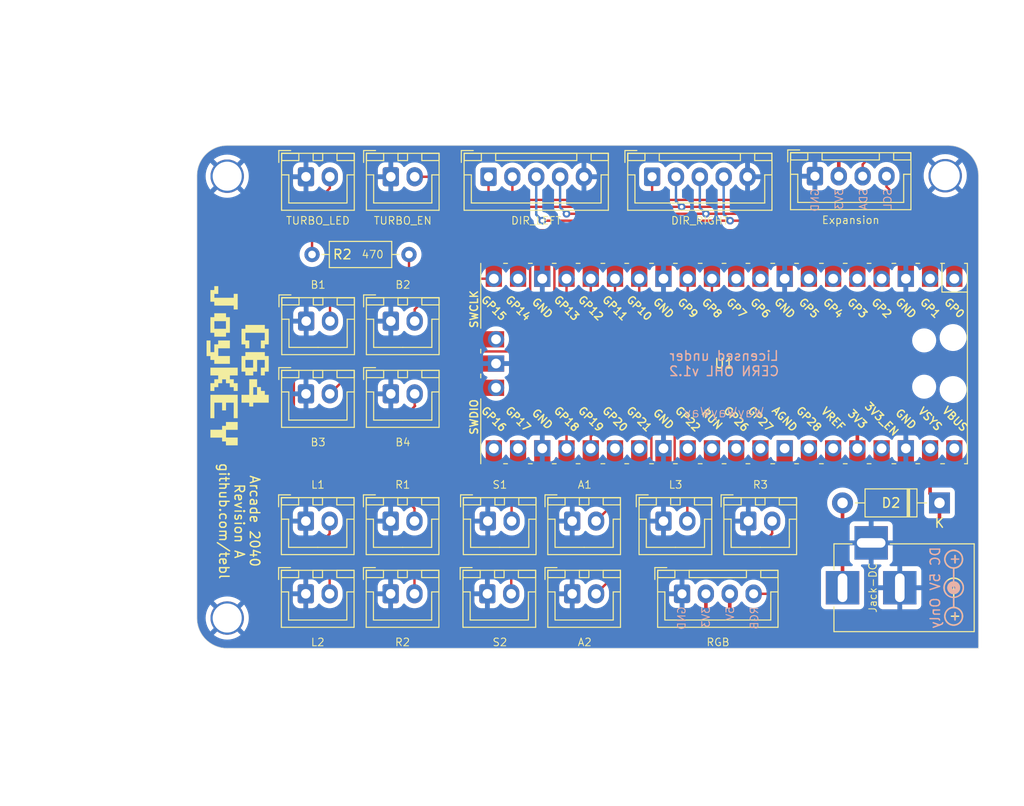
<source format=kicad_pcb>
(kicad_pcb (version 20240108) (generator "pcbnew") (generator_version "8.0")
  (layers (0 "F.Cu" signal) (31 "B.Cu" signal) (34 "B.Paste" user) (35 "F.Paste" user) (36 "B.SilkS" user "B.Silkscreen") (37 "F.SilkS" user "F.Silkscreen") (38 "B.Mask" user) (39 "F.Mask" user) (44 "Edge.Cuts" user))
  (net 0 "")
  (net 1 "VIN")
  (net 2 "GND")
  (net 3 "B1")
  (net 4 "VCC")
  (net 5 "TURBO_LED")
  (net 6 "+3V3")
  (net 7 "SDA")
  (net 8 "SCL")
  (net 9 "RGB")
  (net 10 "TURBO")
  (net 11 "DOWN")
  (net 12 "RIGHT")
  (net 13 "UP")
  (net 14 "LEFT")
  (net 15 "B2")
  (net 16 "B3")
  (net 17 "B4")
  (net 18 "L1")
  (net 19 "L2")
  (net 20 "L3")
  (net 21 "R1")
  (net 22 "R2")
  (net 23 "R3")
  (net 24 "A1")
  (net 25 "A2")
  (net 26 "S1")
  (net 27 "S2")
  (net 31 "Net-(D3-A)")
  (footprint "mounting:M3_pin" (layer "F.Cu") (at 132.07875 122.555)
    (property "Reference" "M1" (hide yes))
    (property "Value" "Mounting" (hide yes))
    (pad "1" thru_hole circle (at 0 0) (size 3.5 3.5) (drill 3.048) (layers "*.Cu" "*.Mask") (net 2 "GND"))
  )
  (footprint "mounting:M3_pin" (layer "F.Cu") (at 207.325 76.2)
    (property "Reference" "M3" (hide yes))
    (property "Value" "Mounting" (hide yes))
    (pad "1" thru_hole circle (at 0 0) (size 3.5 3.5) (drill 3.048) (layers "*.Cu" "*.Mask") (net 2 "GND"))
  )
  (footprint "mounting:M3_pin" (layer "F.Cu") (at 132.07875 76.25)
    (property "Reference" "M4" (hide yes))
    (property "Value" "Mounting" (hide yes))
    (pad "1" thru_hole circle (at 0 0) (size 3.5 3.5) (drill 3.048) (layers "*.Cu" "*.Mask") (net 2 "GND"))
  )
  (footprint "logo:c64_joykey" (layer "F.Cu") (at 133.35 95.885 -90)
    (property "Reference" "G***" (hide yes))
    (property "Value" "LOGO" (hide yes))
  )
  (footprint "power:BARREL_JACK" (layer "F.Cu") (at 196.565 119.38 180)
    (property "Reference" "J1")
    (property "Value" "Jack-DC" (at -3.175 0 90) (layer "F.SilkS") (effects (font (size 0.8 0.8) (thickness 0.1))))
    (pad "1" thru_hole rect (at 0 0 180) (size 3.5 3.5) (drill oval 1 3) (layers "*.Cu" "*.Mask") (net 1 "VIN"))
    (pad "2" thru_hole rect (at -6 0 180) (size 3.5 3.5) (drill oval 1 3) (layers "*.Cu" "*.Mask") (net 2 "GND"))
    (pad "3" thru_hole rect (at -3 4.7 180) (size 3.5 3.5) (drill oval 3 1) (layers "*.Cu" "*.Mask") (net 2 "GND"))
  )
  (footprint "Diode_THT:D_DO-41_SOD81_P10.16mm_Horizontal" (layer "F.Cu") (at 206.725 110.49 180)
    (property "Reference" "D2" (at 5.08 0 0) (layer "F.SilkS"))
    (property "Value" "1N5819")
    (fp_text user "K" (at 0 -2.1 0) (layer "F.SilkS"))
    (pad "1" thru_hole rect (at 0 0 180) (size 2.2 2.2) (drill 1.1) (layers "*.Cu" "*.Mask") (net 4 "VCC"))
    (pad "2" thru_hole oval (at 10.16 0 180) (size 2.2 2.2) (drill 1.1) (layers "*.Cu" "*.Mask") (net 1 "VIN"))
  )
  (footprint "Resistor_THT:R_Axial_DIN0207_L6.3mm_D2.5mm_P10.16mm_Horizontal" (layer "F.Cu") (at 140.97 84.455)
    (property "Reference" "R2" (at 3.175 0 0) (layer "F.SilkS"))
    (property "Value" "470" (at 6.35 0 0) (layer "F.SilkS") (effects (font (size 0.8 0.8) (thickness 0.1))))
    (pad "1" thru_hole circle (at 0 0) (size 1.6 1.6) (drill 0.8) (layers "*.Cu" "*.Mask") (net 31 "Net-(D3-A)"))
    (pad "2" thru_hole oval (at 10.16 0) (size 1.6 1.6) (drill 0.8) (layers "*.Cu" "*.Mask") (net 5 "TURBO_LED"))
  )
  (footprint "Connector_JST:JST_XH_B4B-XH-A_1x04_P2.50mm_Vertical" (layer "F.Cu") (at 193.6725 76.25)
    (property "Reference" "J2")
    (property "Value" "Expansion" (at 3.75 4.6 0) (layer "F.SilkS") (effects (font (size 0.8 0.8) (thickness 0.1))))
    (pad "1" thru_hole roundrect (at 0 0) (size 1.7 1.95) (drill 0.95) (layers "*.Cu" "*.Mask") (roundrect_rratio 0.147059) (net 2 "GND"))
    (pad "2" thru_hole oval (at 2.5 0) (size 1.7 1.95) (drill 0.95) (layers "*.Cu" "*.Mask") (net 6 "+3V3"))
    (pad "3" thru_hole oval (at 5 0) (size 1.7 1.95) (drill 0.95) (layers "*.Cu" "*.Mask") (net 7 "SDA"))
    (pad "4" thru_hole oval (at 7.5 0) (size 1.7 1.95) (drill 0.95) (layers "*.Cu" "*.Mask") (net 8 "SCL"))
  )
  (footprint "Connector_JST:JST_XH_B2B-XH-A_1x02_P2.50mm_Vertical" (layer "F.Cu") (at 140.335 76.31)
    (property "Reference" "D3")
    (property "Value" "TURBO_LED" (at 1.25 4.6 0) (layer "F.SilkS") (effects (font (size 0.8 0.8) (thickness 0.1))))
    (pad "1" thru_hole roundrect (at 0 0) (size 1.7 2) (drill 1) (layers "*.Cu" "*.Mask") (roundrect_rratio 0.147059) (net 2 "GND"))
    (pad "2" thru_hole oval (at 2.5 0) (size 1.7 2) (drill 1) (layers "*.Cu" "*.Mask") (net 31 "Net-(D3-A)"))
  )
  (footprint "Connector_JST:JST_XH_B2B-XH-A_1x02_P2.50mm_Vertical" (layer "F.Cu") (at 177.8 112.395)
    (property "Reference" "J13")
    (property "Value" "L3" (at 1.27 -3.81 0) (layer "F.SilkS") (effects (font (size 0.8 0.8) (thickness 0.1))))
    (pad "1" thru_hole roundrect (at 0 0) (size 1.7 2) (drill 1) (layers "*.Cu" "*.Mask") (roundrect_rratio 0.147059) (net 2 "GND"))
    (pad "2" thru_hole oval (at 2.5 0) (size 1.7 2) (drill 1) (layers "*.Cu" "*.Mask") (net 20 "L3"))
  )
  (footprint "Connector_JST:JST_XH_B4B-XH-A_1x04_P2.50mm_Vertical" (layer "F.Cu") (at 179.745 120.015)
    (property "Reference" "J3")
    (property "Value" "RGB" (at 3.77 5.08 0) (layer "F.SilkS") (effects (font (size 0.8 0.8) (thickness 0.1))))
    (pad "1" thru_hole roundrect (at 0 0) (size 1.7 1.95) (drill 0.95) (layers "*.Cu" "*.Mask") (roundrect_rratio 0.147059) (net 2 "GND"))
    (pad "2" thru_hole oval (at 2.5 0) (size 1.7 1.95) (drill 0.95) (layers "*.Cu" "*.Mask") (net 6 "+3V3"))
    (pad "3" thru_hole oval (at 5 0) (size 1.7 1.95) (drill 0.95) (layers "*.Cu" "*.Mask") (net 4 "VCC"))
    (pad "4" thru_hole oval (at 7.5 0) (size 1.7 1.95) (drill 0.95) (layers "*.Cu" "*.Mask") (net 9 "RGB"))
  )
  (footprint "Connector_JST:JST_XH_B5B-XH-A_1x05_P2.50mm_Vertical" (layer "F.Cu") (at 159.465 76.31)
    (property "Reference" "J6")
    (property "Value" "DIR_LEFT" (at 5 4.6 0) (layer "F.SilkS") (effects (font (size 0.8 0.8) (thickness 0.1))))
    (pad "1" thru_hole roundrect (at 0 0) (size 1.7 1.95) (drill 0.95) (layers "*.Cu" "*.Mask") (roundrect_rratio 0.147059) (net 11 "DOWN"))
    (pad "2" thru_hole oval (at 2.5 0) (size 1.7 1.95) (drill 0.95) (layers "*.Cu" "*.Mask") (net 13 "UP"))
    (pad "3" thru_hole oval (at 5 0) (size 1.7 1.95) (drill 0.95) (layers "*.Cu" "*.Mask") (net 14 "LEFT"))
    (pad "4" thru_hole oval (at 7.5 0) (size 1.7 1.95) (drill 0.95) (layers "*.Cu" "*.Mask") (net 12 "RIGHT"))
    (pad "5" thru_hole oval (at 10 0) (size 1.7 1.95) (drill 0.95) (layers "*.Cu" "*.Mask") (net 2 "GND"))
  )
  (footprint "Connector_JST:JST_XH_B2B-XH-A_1x02_P2.50mm_Vertical" (layer "F.Cu") (at 159.345 120.015)
    (property "Reference" "J20")
    (property "Value" "S2" (at 1.31 5.08 0) (layer "F.SilkS") (effects (font (size 0.8 0.8) (thickness 0.1))))
    (pad "1" thru_hole roundrect (at 0 0) (size 1.7 2) (drill 1) (layers "*.Cu" "*.Mask") (roundrect_rratio 0.147059) (net 2 "GND"))
    (pad "2" thru_hole oval (at 2.5 0) (size 1.7 2) (drill 1) (layers "*.Cu" "*.Mask") (net 27 "S2"))
  )
  (footprint "Connector_JST:JST_XH_B2B-XH-A_1x02_P2.50mm_Vertical" (layer "F.Cu") (at 149.225 76.31)
    (property "Reference" "J4")
    (property "Value" "TURBO_EN" (at 1.25 4.6 0) (layer "F.SilkS") (effects (font (size 0.8 0.8) (thickness 0.1))))
    (pad "1" thru_hole roundrect (at 0 0) (size 1.7 2) (drill 1) (layers "*.Cu" "*.Mask") (roundrect_rratio 0.147059) (net 2 "GND"))
    (pad "2" thru_hole oval (at 2.5 0) (size 1.7 2) (drill 1) (layers "*.Cu" "*.Mask") (net 10 "TURBO"))
  )
  (footprint "Connector_JST:JST_XH_B2B-XH-A_1x02_P2.50mm_Vertical" (layer "F.Cu") (at 140.355 91.44)
    (property "Reference" "J7")
    (property "Value" "B1" (at 1.25 -3.81 0) (layer "F.SilkS") (effects (font (size 0.8 0.8) (thickness 0.1))))
    (pad "1" thru_hole roundrect (at 0 0) (size 1.7 2) (drill 1) (layers "*.Cu" "*.Mask") (roundrect_rratio 0.147059) (net 2 "GND"))
    (pad "2" thru_hole oval (at 2.5 0) (size 1.7 2) (drill 1) (layers "*.Cu" "*.Mask") (net 3 "B1"))
  )
  (footprint "Connector_JST:JST_XH_B2B-XH-A_1x02_P2.50mm_Vertical" (layer "F.Cu") (at 149.225 91.44)
    (property "Reference" "J8")
    (property "Value" "B2" (at 1.27 -3.81 0) (layer "F.SilkS") (effects (font (size 0.8 0.8) (thickness 0.1))))
    (pad "1" thru_hole roundrect (at 0 0) (size 1.7 2) (drill 1) (layers "*.Cu" "*.Mask") (roundrect_rratio 0.147059) (net 2 "GND"))
    (pad "2" thru_hole oval (at 2.5 0) (size 1.7 2) (drill 1) (layers "*.Cu" "*.Mask") (net 15 "B2"))
  )
  (footprint "Connector_JST:JST_XH_B2B-XH-A_1x02_P2.50mm_Vertical" (layer "F.Cu") (at 149.205 112.395)
    (property "Reference" "J14")
    (property "Value" "R1" (at 1.27 -3.81 0) (layer "F.SilkS") (effects (font (size 0.8 0.8) (thickness 0.1))))
    (pad "1" thru_hole roundrect (at 0 0) (size 1.7 2) (drill 1) (layers "*.Cu" "*.Mask") (roundrect_rratio 0.147059) (net 2 "GND"))
    (pad "2" thru_hole oval (at 2.5 0) (size 1.7 2) (drill 1) (layers "*.Cu" "*.Mask") (net 21 "R1"))
  )
  (footprint "Connector_JST:JST_XH_B2B-XH-A_1x02_P2.50mm_Vertical" (layer "F.Cu") (at 149.225 99.06)
    (property "Reference" "J10")
    (property "Value" "B4" (at 1.27 5.08 0) (layer "F.SilkS") (effects (font (size 0.8 0.8) (thickness 0.1))))
    (pad "1" thru_hole roundrect (at 0 0) (size 1.7 2) (drill 1) (layers "*.Cu" "*.Mask") (roundrect_rratio 0.147059) (net 2 "GND"))
    (pad "2" thru_hole oval (at 2.5 0) (size 1.7 2) (drill 1) (layers "*.Cu" "*.Mask") (net 17 "B4"))
  )
  (footprint "Connector_JST:JST_XH_B2B-XH-A_1x02_P2.50mm_Vertical" (layer "F.Cu") (at 168.235 112.395)
    (property "Reference" "J17")
    (property "Value" "A1" (at 1.31 -3.81 0) (layer "F.SilkS") (effects (font (size 0.8 0.8) (thickness 0.1))))
    (pad "1" thru_hole roundrect (at 0 0) (size 1.7 2) (drill 1) (layers "*.Cu" "*.Mask") (roundrect_rratio 0.147059) (net 2 "GND"))
    (pad "2" thru_hole oval (at 2.5 0) (size 1.7 2) (drill 1) (layers "*.Cu" "*.Mask") (net 24 "A1"))
  )
  (footprint "pi_pico:RPi_Pico_SMD_TH_Clean" (layer "F.Cu") (at 184.15 95.885 -90)
    (property "Reference" "U1" (at 0 0 0) (layer "F.SilkS"))
    (property "Value" "Pico")
    (fp_text user "GP26" (at 5.815 -1.27 -45) (layer "F.SilkS") (effects (font (size 0.8 0.8))))
    (fp_text user "GP21" (at 5.815 8.9 -45) (layer "F.SilkS") (effects (font (size 0.8 0.8))))
    (fp_text user "GP3" (at -5.815 -13.97 -45) (layer "F.SilkS") (effects (font (size 0.8 0.8))))
    (fp_text user "GP6" (at -5.815 -3.81 -45) (layer "F.SilkS") (effects (font (size 0.8 0.8))))
    (fp_text user "3V3_EN" (at 5.815 -16.51 -45) (layer "F.SilkS") (effects (font (size 0.8 0.8))))
    (fp_text user "SWDIO" (at 5.6 26.2 -90) (layer "F.SilkS") (effects (font (size 0.8 0.8))))
    (fp_text user "GP8" (at -5.815 1.27 -45) (layer "F.SilkS") (effects (font (size 0.8 0.8))))
    (fp_text user "GND" (at -5.815 -6.35 -45) (layer "F.SilkS") (effects (font (size 0.8 0.8))))
    (fp_text user "GND" (at -5.815 19.05 -45) (layer "F.SilkS") (effects (font (size 0.8 0.8))))
    (fp_text user "GND" (at 5.815 6.35 -45) (layer "F.SilkS") (effects (font (size 0.8 0.8))))
    (fp_text user "GP13" (at -5.815 16.51 -45) (layer "F.SilkS") (effects (font (size 0.8 0.8))))
    (fp_text user "AGND" (at 5.815 -6.35 -45) (layer "F.SilkS") (effects (font (size 0.8 0.8))))
    (fp_text user "VSYS" (at 5.815 -21.59 -45) (layer "F.SilkS") (effects (font (size 0.8 0.8))))
    (fp_text user "GP15" (at -5.815 24.13 -45) (layer "F.SilkS") (effects (font (size 0.8 0.8))))
    (fp_text user "GP7" (at -5.815 -1.3 -45) (layer "F.SilkS") (effects (font (size 0.8 0.8))))
    (fp_text user "GND" (at 5.815 -19.05 -45) (layer "F.SilkS") (effects (font (size 0.8 0.8))))
    (fp_text user "3V3" (at 5.815 -13.97 -45) (layer "F.SilkS") (effects (font (size 0.8 0.8))))
    (fp_text user "GP9" (at -5.815 3.81 -45) (layer "F.SilkS") (effects (font (size 0.8 0.8))))
    (fp_text user "GP14" (at -5.815 21.59 -45) (layer "F.SilkS") (effects (font (size 0.8 0.8))))
    (fp_text user "GP5" (at -5.815 -8.89 -45) (layer "F.SilkS") (effects (font (size 0.8 0.8))))
    (fp_text user "GP28" (at 5.815 -8.89 -45) (layer "F.SilkS") (effects (font (size 0.8 0.8))))
    (fp_text user "VBUS" (at 5.815 -24.2 -45) (layer "F.SilkS") (effects (font (size 0.8 0.8))))
    (fp_text user "GP22" (at 5.815 3.81 -45) (layer "F.SilkS") (effects (font (size 0.8 0.8))))
    (fp_text user "GP4" (at -5.815 -11.43 -45) (layer "F.SilkS") (effects (font (size 0.8 0.8))))
    (fp_text user "RUN" (at 5.815 1.27 -45) (layer "F.SilkS") (effects (font (size 0.8 0.8))))
    (fp_text user "GND" (at -5.815 6.35 -45) (layer "F.SilkS") (effects (font (size 0.8 0.8))))
    (fp_text user "VREF" (at 5.815 -11.43 -45) (layer "F.SilkS") (effects (font (size 0.8 0.8))))
    (fp_text user "GP18" (at 5.815 16.51 -45) (layer "F.SilkS") (effects (font (size 0.8 0.8))))
    (fp_text user "GP1" (at -5.815 -21.6 -45) (layer "F.SilkS") (effects (font (size 0.8 0.8))))
    (fp_text user "GP19" (at 5.815 13.97 -45) (layer "F.SilkS") (effects (font (size 0.8 0.8))))
    (fp_text user "GP27" (at 5.815 -3.81 -45) (layer "F.SilkS") (effects (font (size 0.8 0.8))))
    (fp_text user "GP0" (at -5.815 -24.13 -45) (layer "F.SilkS") (effects (font (size 0.8 0.8))))
    (fp_text user "GP10" (at -5.815 8.89 -45) (layer "F.SilkS") (effects (font (size 0.8 0.8))))
    (fp_text user "GP17" (at 5.815 21.59 -45) (layer "F.SilkS") (effects (font (size 0.8 0.8))))
    (fp_text user "GND" (at 5.815 19.05 -45) (layer "F.SilkS") (effects (font (size 0.8 0.8))))
    (fp_text user "GP2" (at -5.815 -16.51 -45) (layer "F.SilkS") (effects (font (size 0.8 0.8))))
    (fp_text user "GP20" (at 5.815 11.43 -45) (layer "F.SilkS") (effects (font (size 0.8 0.8))))
    (fp_text user "GND" (at -5.815 -19.05 -45) (layer "F.SilkS") (effects (font (size 0.8 0.8))))
    (fp_text user "GP16" (at 5.815 24.13 -45) (layer "F.SilkS") (effects (font (size 0.8 0.8))))
    (fp_text user "GP12" (at -5.815 13.97 -45) (layer "F.SilkS") (effects (font (size 0.8 0.8))))
    (fp_text user "SWCLK" (at -5.7 26.2 -90) (layer "F.SilkS") (effects (font (size 0.8 0.8))))
    (fp_text user "GP11" (at -5.815 11.43 -45) (layer "F.SilkS") (effects (font (size 0.8 0.8))))
    (pad "" np_thru_hole oval (at -2.725 -24 270) (size 1.8 1.8) (drill 1.8) (layers "*.Cu" "*.Mask"))
    (pad "" np_thru_hole oval (at -2.425 -20.97 270) (size 1.5 1.5) (drill 1.5) (layers "*.Cu" "*.Mask"))
    (pad "" np_thru_hole oval (at 2.425 -20.97 270) (size 1.5 1.5) (drill 1.5) (layers "*.Cu" "*.Mask"))
    (pad "" np_thru_hole oval (at 2.725 -24 270) (size 1.8 1.8) (drill 1.8) (layers "*.Cu" "*.Mask"))
    (pad "1" thru_hole oval (at -8.89 -24.13 270) (size 1.7 1.7) (drill 1.02) (layers "*.Cu" "*.Mask") (net 7 "SDA"))
    (pad "1" smd rect (at -8.89 -24.13 270) (size 3.5 1.7) (drill (offset -0.9 0)) (layers "F.Cu" "F.Mask") (net 7 "SDA"))
    (pad "2" thru_hole oval (at -8.89 -21.59 270) (size 1.7 1.7) (drill 1.02) (layers "*.Cu" "*.Mask") (net 8 "SCL"))
    (pad "2" smd rect (at -8.89 -21.59 270) (size 3.5 1.7) (drill (offset -0.9 0)) (layers "F.Cu" "F.Mask") (net 8 "SCL"))
    (pad "3" thru_hole rect (at -8.89 -19.05 270) (size 1.7 1.7) (drill 1.02) (layers "*.Cu" "*.Mask") (net 2 "GND"))
    (pad "3" smd rect (at -8.89 -19.05 270) (size 3.5 1.7) (drill (offset -0.9 0)) (layers "F.Cu" "F.Mask") (net 2 "GND"))
    (pad "4" thru_hole oval (at -8.89 -16.51 270) (size 1.7 1.7) (drill 1.02) (layers "*.Cu" "*.Mask") (net 13 "UP"))
    (pad "4" smd rect (at -8.89 -16.51 270) (size 3.5 1.7) (drill (offset -0.9 0)) (layers "F.Cu" "F.Mask") (net 13 "UP"))
    (pad "5" thru_hole oval (at -8.89 -13.97 270) (size 1.7 1.7) (drill 1.02) (layers "*.Cu" "*.Mask") (net 11 "DOWN"))
    (pad "5" smd rect (at -8.89 -13.97 270) (size 3.5 1.7) (drill (offset -0.9 0)) (layers "F.Cu" "F.Mask") (net 11 "DOWN"))
    (pad "6" thru_hole oval (at -8.89 -11.43 270) (size 1.7 1.7) (drill 1.02) (layers "*.Cu" "*.Mask") (net 12 "RIGHT"))
    (pad "6" smd rect (at -8.89 -11.43 270) (size 3.5 1.7) (drill (offset -0.9 0)) (layers "F.Cu" "F.Mask") (net 12 "RIGHT"))
    (pad "7" thru_hole oval (at -8.89 -8.89 270) (size 1.7 1.7) (drill 1.02) (layers "*.Cu" "*.Mask") (net 14 "LEFT"))
    (pad "7" smd rect (at -8.89 -8.89 270) (size 3.5 1.7) (drill (offset -0.9 0)) (layers "F.Cu" "F.Mask") (net 14 "LEFT"))
    (pad "8" thru_hole rect (at -8.89 -6.35 270) (size 1.7 1.7) (drill 1.02) (layers "*.Cu" "*.Mask") (net 2 "GND"))
    (pad "8" smd rect (at -8.89 -6.35 270) (size 3.5 1.7) (drill (offset -0.9 0)) (layers "F.Cu" "F.Mask") (net 2 "GND"))
    (pad "9" thru_hole oval (at -8.89 -3.81 270) (size 1.7 1.7) (drill 1.02) (layers "*.Cu" "*.Mask") (net 3 "B1"))
    (pad "9" smd rect (at -8.89 -3.81 270) (size 3.5 1.7) (drill (offset -0.9 0)) (layers "F.Cu" "F.Mask") (net 3 "B1"))
    (pad "10" thru_hole oval (at -8.89 -1.27 270) (size 1.7 1.7) (drill 1.02) (layers "*.Cu" "*.Mask") (net 15 "B2"))
    (pad "10" smd rect (at -8.89 -1.27 270) (size 3.5 1.7) (drill (offset -0.9 0)) (layers "F.Cu" "F.Mask") (net 15 "B2"))
    (pad "11" thru_hole oval (at -8.89 1.27 270) (size 1.7 1.7) (drill 1.02) (layers "*.Cu" "*.Mask") (net 22 "R2"))
    (pad "11" smd rect (at -8.89 1.27 270) (size 3.5 1.7) (drill (offset -0.9 0)) (layers "F.Cu" "F.Mask") (net 22 "R2"))
    (pad "12" thru_hole oval (at -8.89 3.81 270) (size 1.7 1.7) (drill 1.02) (layers "*.Cu" "*.Mask") (net 19 "L2"))
    (pad "12" smd rect (at -8.89 3.81 270) (size 3.5 1.7) (drill (offset -0.9 0)) (layers "F.Cu" "F.Mask") (net 19 "L2"))
    (pad "13" thru_hole rect (at -8.89 6.35 270) (size 1.7 1.7) (drill 1.02) (layers "*.Cu" "*.Mask") (net 2 "GND"))
    (pad "13" smd rect (at -8.89 6.35 270) (size 3.5 1.7) (drill (offset -0.9 0)) (layers "F.Cu" "F.Mask") (net 2 "GND"))
    (pad "14" thru_hole oval (at -8.89 8.89 270) (size 1.7 1.7) (drill 1.02) (layers "*.Cu" "*.Mask") (net 16 "B3"))
    (pad "14" smd rect (at -8.89 8.89 270) (size 3.5 1.7) (drill (offset -0.9 0)) (layers "F.Cu" "F.Mask") (net 16 "B3"))
    (pad "15" thru_hole oval (at -8.89 11.43 270) (size 1.7 1.7) (drill 1.02) (layers "*.Cu" "*.Mask") (net 17 "B4"))
    (pad "15" smd rect (at -8.89 11.43 270) (size 3.5 1.7) (drill (offset -0.9 0)) (layers "F.Cu" "F.Mask") (net 17 "B4"))
    (pad "16" thru_hole oval (at -8.89 13.97 270) (size 1.7 1.7) (drill 1.02) (layers "*.Cu" "*.Mask") (net 21 "R1"))
    (pad "16" smd rect (at -8.89 13.97 270) (size 3.5 1.7) (drill (offset -0.9 0)) (layers "F.Cu" "F.Mask") (net 21 "R1"))
    (pad "17" thru_hole oval (at -8.89 16.51 270) (size 1.7 1.7) (drill 1.02) (layers "*.Cu" "*.Mask") (net 18 "L1"))
    (pad "17" smd rect (at -8.89 16.51 270) (size 3.5 1.7) (drill (offset -0.9 0)) (layers "F.Cu" "F.Mask") (net 18 "L1"))
    (pad "18" thru_hole rect (at -8.89 19.05 270) (size 1.7 1.7) (drill 1.02) (layers "*.Cu" "*.Mask") (net 2 "GND"))
    (pad "18" smd rect (at -8.89 19.05 270) (size 3.5 1.7) (drill (offset -0.9 0)) (layers "F.Cu" "F.Mask") (net 2 "GND"))
    (pad "19" thru_hole oval (at -8.89 21.59 270) (size 1.7 1.7) (drill 1.02) (layers "*.Cu" "*.Mask") (net 10 "TURBO"))
    (pad "19" smd rect (at -8.89 21.59 270) (size 3.5 1.7) (drill (offset -0.9 0)) (layers "F.Cu" "F.Mask") (net 10 "TURBO"))
    (pad "20" thru_hole oval (at -8.89 24.13 270) (size 1.7 1.7) (drill 1.02) (layers "*.Cu" "*.Mask") (net 5 "TURBO_LED"))
    (pad "20" smd rect (at -8.89 24.13 270) (size 3.5 1.7) (drill (offset -0.9 0)) (layers "F.Cu" "F.Mask") (net 5 "TURBO_LED"))
    (pad "21" thru_hole oval (at 8.89 24.13 270) (size 1.7 1.7) (drill 1.02) (layers "*.Cu" "*.Mask") (net 26 "S1"))
    (pad "21" smd rect (at 8.89 24.13 270) (size 3.5 1.7) (drill (offset 0.9 0)) (layers "F.Cu" "F.Mask") (net 26 "S1"))
    (pad "22" thru_hole oval (at 8.89 21.59 270) (size 1.7 1.7) (drill 1.02) (layers "*.Cu" "*.Mask") (net 27 "S2"))
    (pad "22" smd rect (at 8.89 21.59 270) (size 3.5 1.7) (drill (offset 0.9 0)) (layers "F.Cu" "F.Mask") (net 27 "S2"))
    (pad "23" thru_hole rect (at 8.89 19.05 270) (size 1.7 1.7) (drill 1.02) (layers "*.Cu" "*.Mask") (net 2 "GND"))
    (pad "23" smd rect (at 8.89 19.05 270) (size 3.5 1.7) (drill (offset 0.9 0)) (layers "F.Cu" "F.Mask") (net 2 "GND"))
    (pad "24" thru_hole oval (at 8.89 16.51 270) (size 1.7 1.7) (drill 1.02) (layers "*.Cu" "*.Mask") (net 20 "L3"))
    (pad "24" smd rect (at 8.89 16.51 270) (size 3.5 1.7) (drill (offset 0.9 0)) (layers "F.Cu" "F.Mask") (net 20 "L3"))
    (pad "25" thru_hole oval (at 8.89 13.97 270) (size 1.7 1.7) (drill 1.02) (layers "*.Cu" "*.Mask") (net 23 "R3"))
    (pad "25" smd rect (at 8.89 13.97 270) (size 3.5 1.7) (drill (offset 0.9 0)) (layers "F.Cu" "F.Mask") (net 23 "R3"))
    (pad "26" thru_hole oval (at 8.89 11.43 270) (size 1.7 1.7) (drill 1.02) (layers "*.Cu" "*.Mask") (net 24 "A1"))
    (pad "26" smd rect (at 8.89 11.43 270) (size 3.5 1.7) (drill (offset 0.9 0)) (layers "F.Cu" "F.Mask") (net 24 "A1"))
    (pad "27" thru_hole oval (at 8.89 8.89 270) (size 1.7 1.7) (drill 1.02) (layers "*.Cu" "*.Mask") (net 25 "A2"))
    (pad "27" smd rect (at 8.89 8.89 270) (size 3.5 1.7) (drill (offset 0.9 0)) (layers "F.Cu" "F.Mask") (net 25 "A2"))
    (pad "28" thru_hole rect (at 8.89 6.35 270) (size 1.7 1.7) (drill 1.02) (layers "*.Cu" "*.Mask") (net 2 "GND"))
    (pad "28" smd rect (at 8.89 6.35 270) (size 3.5 1.7) (drill (offset 0.9 0)) (layers "F.Cu" "F.Mask") (net 2 "GND"))
    (pad "29" thru_hole oval (at 8.89 3.81 270) (size 1.7 1.7) (drill 1.02) (layers "*.Cu" "*.Mask"))
    (pad "29" smd rect (at 8.89 3.81 270) (size 3.5 1.7) (drill (offset 0.9 0)) (layers "F.Cu" "F.Mask"))
    (pad "30" thru_hole oval (at 8.89 1.27 270) (size 1.7 1.7) (drill 1.02) (layers "*.Cu" "*.Mask"))
    (pad "30" smd rect (at 8.89 1.27 270) (size 3.5 1.7) (drill (offset 0.9 0)) (layers "F.Cu" "F.Mask"))
    (pad "31" thru_hole oval (at 8.89 -1.27 270) (size 1.7 1.7) (drill 1.02) (layers "*.Cu" "*.Mask"))
    (pad "31" smd rect (at 8.89 -1.27 270) (size 3.5 1.7) (drill (offset 0.9 0)) (layers "F.Cu" "F.Mask"))
    (pad "32" thru_hole oval (at 8.89 -3.81 270) (size 1.7 1.7) (drill 1.02) (layers "*.Cu" "*.Mask"))
    (pad "32" smd rect (at 8.89 -3.81 270) (size 3.5 1.7) (drill (offset 0.9 0)) (layers "F.Cu" "F.Mask"))
    (pad "33" thru_hole rect (at 8.89 -6.35 270) (size 1.7 1.7) (drill 1.02) (layers "*.Cu" "*.Mask"))
    (pad "33" smd rect (at 8.89 -6.35 270) (size 3.5 1.7) (drill (offset 0.9 0)) (layers "F.Cu" "F.Mask"))
    (pad "34" thru_hole oval (at 8.89 -8.89 270) (size 1.7 1.7) (drill 1.02) (layers "*.Cu" "*.Mask") (net 9 "RGB"))
    (pad "34" smd rect (at 8.89 -8.89 270) (size 3.5 1.7) (drill (offset 0.9 0)) (layers "F.Cu" "F.Mask") (net 9 "RGB"))
    (pad "35" thru_hole oval (at 8.89 -11.43 270) (size 1.7 1.7) (drill 1.02) (layers "*.Cu" "*.Mask"))
    (pad "35" smd rect (at 8.89 -11.43 270) (size 3.5 1.7) (drill (offset 0.9 0)) (layers "F.Cu" "F.Mask"))
    (pad "36" thru_hole oval (at 8.89 -13.97 270) (size 1.7 1.7) (drill 1.02) (layers "*.Cu" "*.Mask") (net 6 "+3V3"))
    (pad "36" smd rect (at 8.89 -13.97 270) (size 3.5 1.7) (drill (offset 0.9 0)) (layers "F.Cu" "F.Mask") (net 6 "+3V3"))
    (pad "37" thru_hole oval (at 8.89 -16.51 270) (size 1.7 1.7) (drill 1.02) (layers "*.Cu" "*.Mask"))
    (pad "37" smd rect (at 8.89 -16.51 270) (size 3.5 1.7) (drill (offset 0.9 0)) (layers "F.Cu" "F.Mask"))
    (pad "38" thru_hole rect (at 8.89 -19.05 270) (size 1.7 1.7) (drill 1.02) (layers "*.Cu" "*.Mask") (net 2 "GND"))
    (pad "38" smd rect (at 8.89 -19.05 270) (size 3.5 1.7) (drill (offset 0.9 0)) (layers "F.Cu" "F.Mask") (net 2 "GND"))
    (pad "39" thru_hole oval (at 8.89 -21.59 270) (size 1.7 1.7) (drill 1.02) (layers "*.Cu" "*.Mask") (net 4 "VCC"))
    (pad "39" smd rect (at 8.89 -21.59 270) (size 3.5 1.7) (drill (offset 0.9 0)) (layers "F.Cu" "F.Mask") (net 4 "VCC"))
    (pad "40" thru_hole oval (at 8.89 -24.13 270) (size 1.7 1.7) (drill 1.02) (layers "*.Cu" "*.Mask"))
    (pad "40" smd rect (at 8.89 -24.13 270) (size 3.5 1.7) (drill (offset 0.9 0)) (layers "F.Cu" "F.Mask"))
    (pad "41" thru_hole oval (at -2.54 23.9 270) (size 1.7 1.7) (drill 1.02) (layers "*.Cu" "*.Mask"))
    (pad "41" smd rect (at -2.54 23.9) (size 3.5 1.7) (drill (offset -0.9 0)) (layers "F.Cu" "F.Mask"))
    (pad "42" thru_hole rect (at 0 23.9 270) (size 1.7 1.7) (drill 1.02) (layers "*.Cu" "*.Mask") (net 2 "GND"))
    (pad "42" smd rect (at 0 23.9) (size 3.5 1.7) (drill (offset -0.9 0)) (layers "F.Cu" "F.Mask") (net 2 "GND"))
    (pad "43" thru_hole oval (at 2.54 23.9 270) (size 1.7 1.7) (drill 1.02) (layers "*.Cu" "*.Mask"))
    (pad "43" smd rect (at 2.54 23.9) (size 3.5 1.7) (drill (offset -0.9 0)) (layers "F.Cu" "F.Mask"))
  )
  (footprint "Connector_JST:JST_XH_B2B-XH-A_1x02_P2.50mm_Vertical" (layer "F.Cu") (at 168.235 120.015)
    (property "Reference" "J18")
    (property "Value" "A2" (at 1.31 5.08 0) (layer "F.SilkS") (effects (font (size 0.8 0.8) (thickness 0.1))))
    (pad "1" thru_hole roundrect (at 0 0) (size 1.7 2) (drill 1) (layers "*.Cu" "*.Mask") (roundrect_rratio 0.147059) (net 2 "GND"))
    (pad "2" thru_hole oval (at 2.5 0) (size 1.7 2) (drill 1) (layers "*.Cu" "*.Mask") (net 25 "A2"))
  )
  (footprint "Connector_JST:JST_XH_B2B-XH-A_1x02_P2.50mm_Vertical" (layer "F.Cu") (at 140.335 99.06)
    (property "Reference" "J9")
    (property "Value" "B3" (at 1.27 5.08 0) (layer "F.SilkS") (effects (font (size 0.8 0.8) (thickness 0.1))))
    (pad "1" thru_hole roundrect (at 0 0) (size 1.7 2) (drill 1) (layers "*.Cu" "*.Mask") (roundrect_rratio 0.147059) (net 2 "GND"))
    (pad "2" thru_hole oval (at 2.5 0) (size 1.7 2) (drill 1) (layers "*.Cu" "*.Mask") (net 16 "B3"))
  )
  (footprint "Connector_JST:JST_XH_B5B-XH-A_1x05_P2.50mm_Vertical" (layer "F.Cu") (at 176.61 76.31)
    (property "Reference" "J5")
    (property "Value" "DIR_RIGHT" (at 5 4.6 0) (layer "F.SilkS") (effects (font (size 0.8 0.8) (thickness 0.1))))
    (pad "1" thru_hole roundrect (at 0 0) (size 1.7 1.95) (drill 0.95) (layers "*.Cu" "*.Mask") (roundrect_rratio 0.147059) (net 13 "UP"))
    (pad "2" thru_hole oval (at 2.5 0) (size 1.7 1.95) (drill 0.95) (layers "*.Cu" "*.Mask") (net 11 "DOWN"))
    (pad "3" thru_hole oval (at 5 0) (size 1.7 1.95) (drill 0.95) (layers "*.Cu" "*.Mask") (net 12 "RIGHT"))
    (pad "4" thru_hole oval (at 7.5 0) (size 1.7 1.95) (drill 0.95) (layers "*.Cu" "*.Mask") (net 14 "LEFT"))
    (pad "5" thru_hole oval (at 10 0) (size 1.7 1.95) (drill 0.95) (layers "*.Cu" "*.Mask") (net 2 "GND"))
  )
  (footprint "Connector_JST:JST_XH_B2B-XH-A_1x02_P2.50mm_Vertical" (layer "F.Cu") (at 159.385 112.395)
    (property "Reference" "J19")
    (property "Value" "S1" (at 1.27 -3.81 0) (layer "F.SilkS") (effects (font (size 0.8 0.8) (thickness 0.1))))
    (pad "1" thru_hole roundrect (at 0 0) (size 1.7 2) (drill 1) (layers "*.Cu" "*.Mask") (roundrect_rratio 0.147059) (net 2 "GND"))
    (pad "2" thru_hole oval (at 2.5 0) (size 1.7 2) (drill 1) (layers "*.Cu" "*.Mask") (net 26 "S1"))
  )
  (footprint "Connector_JST:JST_XH_B2B-XH-A_1x02_P2.50mm_Vertical" (layer "F.Cu") (at 149.205 120.015)
    (property "Reference" "J15")
    (property "Value" "R2" (at 1.25 5.08 0) (layer "F.SilkS") (effects (font (size 0.8 0.8) (thickness 0.1))))
    (pad "1" thru_hole roundrect (at 0 0) (size 1.7 2) (drill 1) (layers "*.Cu" "*.Mask") (roundrect_rratio 0.147059) (net 2 "GND"))
    (pad "2" thru_hole oval (at 2.5 0) (size 1.7 2) (drill 1) (layers "*.Cu" "*.Mask") (net 22 "R2"))
  )
  (footprint "Connector_JST:JST_XH_B2B-XH-A_1x02_P2.50mm_Vertical" (layer "F.Cu") (at 140.315 112.395)
    (property "Reference" "J11")
    (property "Value" "L1" (at 1.27 -3.81 0) (layer "F.SilkS") (effects (font (size 0.8 0.8) (thickness 0.1))))
    (pad "1" thru_hole roundrect (at 0 0) (size 1.7 2) (drill 1) (layers "*.Cu" "*.Mask") (roundrect_rratio 0.147059) (net 2 "GND"))
    (pad "2" thru_hole oval (at 2.5 0) (size 1.7 2) (drill 1) (layers "*.Cu" "*.Mask") (net 18 "L1"))
  )
  (footprint "Connector_JST:JST_XH_B2B-XH-A_1x02_P2.50mm_Vertical" (layer "F.Cu") (at 140.315 120.015)
    (property "Reference" "J12")
    (property "Value" "L2" (at 1.25 5.08 0) (layer "F.SilkS") (effects (font (size 0.8 0.8) (thickness 0.1))))
    (pad "1" thru_hole roundrect (at 0 0) (size 1.7 2) (drill 1) (layers "*.Cu" "*.Mask") (roundrect_rratio 0.147059) (net 2 "GND"))
    (pad "2" thru_hole oval (at 2.5 0) (size 1.7 2) (drill 1) (layers "*.Cu" "*.Mask") (net 19 "L2"))
  )
  (footprint "Connector_JST:JST_XH_B2B-XH-A_1x02_P2.50mm_Vertical" (layer "F.Cu") (at 186.69 112.395)
    (property "Reference" "J16")
    (property "Value" "R3" (at 1.27 -3.81 0) (layer "F.SilkS") (effects (font (size 0.8 0.8) (thickness 0.1))))
    (pad "1" thru_hole roundrect (at 0 0) (size 1.7 2) (drill 1) (layers "*.Cu" "*.Mask") (roundrect_rratio 0.147059) (net 2 "GND"))
    (pad "2" thru_hole oval (at 2.5 0) (size 1.7 2) (drill 1) (layers "*.Cu" "*.Mask") (net 23 "R3"))
  )
  (footprint "power:PWR_Specification" (layer "B.Cu") (at 208.28 119.38 90)
    (property "Reference" "REF**" (hide yes))
    (property "Value" "DC 5V Only" (at 0 -2 -90) (layer "B.SilkS") (effects (justify mirror)))
    (fp_text user "-" (at -3 0 -90) (layer "B.SilkS") (effects (justify mirror)))
    (fp_text user "+" (at 3 0 -90) (layer "B.SilkS") (effects (justify mirror)))
    (fp_text user "+" (at -2.9845 0 -90) (layer "F.SilkS") (effects (justify mirror)))
    (fp_text user "-" (at 2.9845 0 -90) (layer "F.SilkS") (effects (justify mirror)))
  )
  (gr_arc (start 128.905 76.2) (mid 129.834936 73.954936) (end 132.08 73.025) (stroke (width 0.05)) (layer "Edge.Cuts"))
  (gr_line (start 210.82 125.73) (end 132.08 125.73) (stroke (width 0.05)) (layer "Edge.Cuts"))
  (gr_arc (start 132.08 125.73) (mid 129.834936 124.800064) (end 128.905 122.555) (stroke (width 0.05)) (layer "Edge.Cuts"))
  (gr_line (start 210.82 76.2) (end 210.82 125.73) (stroke (width 0.05)) (layer "Edge.Cuts"))
  (gr_line (start 128.905 122.555) (end 128.905 76.2) (stroke (width 0.05)) (layer "Edge.Cuts"))
  (gr_arc (start 207.645 73.025) (mid 209.890064 73.954936) (end 210.82 76.2) (stroke (width 0.05)) (layer "Edge.Cuts"))
  (gr_line (start 132.08 73.025) (end 207.645 73.025) (stroke (width 0.05)) (layer "Edge.Cuts"))
  (gr_text "Licensed under\nCERN OHL v1.2" (at 184.15 95.885 -0) (layer "B.SilkS") (effects (font (size 1 1)) (justify mirror)))
  (gr_text "SCL" (at 201.295 77.47 90) (layer "B.SilkS") (effects (font (size 0.8 0.8) (thickness 0.1)) (justify left mirror)))
  (gr_text "3V3" (at 196.215 77.47 90) (layer "B.SilkS") (effects (font (size 0.8 0.8) (thickness 0.1)) (justify left mirror)))
  (gr_text "GND" (at 193.675 77.47 90) (layer "B.SilkS") (effects (font (size 0.8 0.8) (thickness 0.1)) (justify left mirror)))
  (gr_text "SDA" (at 198.755 77.47 90) (layer "B.SilkS") (effects (font (size 0.8 0.8) (thickness 0.1)) (justify left mirror)))
  (gr_text "5V" (at 184.785 121.285 90) (layer "B.SilkS") (effects (font (size 0.8 0.8) (thickness 0.1)) (justify left mirror)))
  (gr_text "3V3" (at 182.245 121.285 90) (layer "B.SilkS") (effects (font (size 0.8 0.8) (thickness 0.1)) (justify left mirror)))
  (gr_text "RGB" (at 187.325 121.285 90) (layer "B.SilkS") (effects (font (size 0.8 0.8) (thickness 0.1)) (justify left mirror)))
  (gr_text "GND" (at 179.705 121.285 90) (layer "B.SilkS") (effects (font (size 0.8 0.8) (thickness 0.1)) (justify left mirror)))
  (gr_text "WayWayWay" (at 184.15 101.6 -0) (layer "B.SilkS") (effects (font (size 1 1) (thickness 0.1)) (justify bottom mirror)))
  (gr_text "Arcade 2040\nRevision A\ngithub.com/tebl" (at 133.35 112.395 270) (layer "F.SilkS") (effects (font (size 1 1))))
  (segment (start 196.565 110.49) (end 196.565 119.38) (width 0.381) (layer "F.Cu") (net 1))
  (segment (start 143.51 88.9) (end 163.195 88.9) (width 0.25) (layer "F.Cu") (net 3))
  (segment (start 187.325 81.915) (end 187.96 82.55) (width 0.25) (layer "F.Cu") (net 3))
  (segment (start 163.195 88.9) (end 163.83 88.265) (width 0.25) (layer "F.Cu") (net 3))
  (segment (start 142.855 89.555) (end 143.51 88.9) (width 0.25) (layer "F.Cu") (net 3))
  (segment (start 163.83 88.265) (end 163.83 82.55) (width 0.25) (layer "F.Cu") (net 3))
  (segment (start 187.96 82.55) (end 187.96 86.995) (width 0.25) (layer "F.Cu") (net 3))
  (segment (start 164.465 81.915) (end 187.325 81.915) (width 0.25) (layer "F.Cu") (net 3))
  (segment (start 163.83 82.55) (end 164.465 81.915) (width 0.25) (layer "F.Cu") (net 3))
  (segment (start 142.855 91.44) (end 142.855 89.555) (width 0.25) (layer "F.Cu") (net 3))
  (segment (start 204.47 123.19) (end 206.725 120.935) (width 0.381) (layer "F.Cu") (net 4))
  (segment (start 205.74 109.505) (end 206.725 110.49) (width 0.381) (layer "F.Cu") (net 4))
  (segment (start 205.74 104.775) (end 205.74 109.505) (width 0.381) (layer "F.Cu") (net 4))
  (segment (start 186.055 123.19) (end 204.47 123.19) (width 0.381) (layer "F.Cu") (net 4))
  (segment (start 184.745 121.88) (end 186.055 123.19) (width 0.381) (layer "F.Cu") (net 4))
  (segment (start 206.725 120.935) (end 206.725 110.49) (width 0.381) (layer "F.Cu") (net 4))
  (segment (start 184.745 120.015) (end 184.745 121.88) (width 0.381) (layer "F.Cu") (net 4))
  (segment (start 160.02 86.995) (end 151.765 86.995) (width 0.25) (layer "F.Cu") (net 5))
  (segment (start 151.765 86.995) (end 151.13 86.36) (width 0.25) (layer "F.Cu") (net 5))
  (segment (start 151.13 86.36) (end 151.13 84.455) (width 0.25) (layer "F.Cu") (net 5))
  (segment (start 198.755 101.6) (end 198.12 102.235) (width 0.381) (layer "F.Cu") (net 6))
  (segment (start 205.74 124.46) (end 210.058 120.142) (width 0.381) (layer "F.Cu") (net 6))
  (segment (start 182.245 120.015) (end 182.245 122.555) (width 0.381) (layer "F.Cu") (net 6))
  (segment (start 208.915 101.6) (end 198.755 101.6) (width 0.381) (layer "F.Cu") (net 6))
  (segment (start 210.058 101.6) (end 208.915 101.6) (width 0.381) (layer "F.Cu") (net 6))
  (segment (start 203.835 77.47) (end 210.058 83.693) (width 0.381) (layer "F.Cu") (net 6))
  (segment (start 203.2 73.66) (end 203.835 74.295) (width 0.381) (layer "F.Cu") (net 6))
  (segment (start 198.12 102.235) (end 198.12 104.775) (width 0.381) (layer "F.Cu") (net 6))
  (segment (start 210.058 83.693) (end 210.058 101.6) (width 0.381) (layer "F.Cu") (net 6))
  (segment (start 184.15 124.46) (end 205.74 124.46) (width 0.381) (layer "F.Cu") (net 6))
  (segment (start 210.058 120.142) (end 210.058 101.6) (width 0.381) (layer "F.Cu") (net 6))
  (segment (start 196.85 73.66) (end 203.2 73.66) (width 0.381) (layer "F.Cu") (net 6))
  (segment (start 182.245 122.555) (end 184.15 124.46) (width 0.381) (layer "F.Cu") (net 6))
  (segment (start 196.1725 74.3375) (end 196.85 73.66) (width 0.381) (layer "F.Cu") (net 6))
  (segment (start 196.1725 76.25) (end 196.1725 74.3375) (width 0.381) (layer "F.Cu") (net 6))
  (segment (start 203.835 74.295) (end 203.835 77.47) (width 0.381) (layer "F.Cu") (net 6))
  (segment (start 203.2 74.93) (end 203.2 78.1685) (width 0.25) (layer "F.Cu") (net 7))
  (segment (start 208.28 83.2485) (end 208.28 86.995) (width 0.25) (layer "F.Cu") (net 7))
  (segment (start 202.565 74.295) (end 203.2 74.93) (width 0.25) (layer "F.Cu") (net 7))
  (segment (start 198.6725 76.25) (end 198.6725 75.0125) (width 0.25) (layer "F.Cu") (net 7))
  (segment (start 198.6725 75.0125) (end 199.39 74.295) (width 0.25) (layer "F.Cu") (net 7))
  (segment (start 203.2 78.1685) (end 208.28 83.2485) (width 0.25) (layer "F.Cu") (net 7))
  (segment (start 199.39 74.295) (end 202.565 74.295) (width 0.25) (layer "F.Cu") (net 7))
  (segment (start 205.74 81.915) (end 205.74 86.995) (width 0.25) (layer "F.Cu") (net 8))
  (segment (start 201.1725 77.3475) (end 205.74 81.915) (width 0.25) (layer "F.Cu") (net 8))
  (segment (start 201.1725 76.25) (end 201.1725 77.3475) (width 0.25) (layer "F.Cu") (net 8))
  (segment (start 193.04 118.745) (end 191.77 120.015) (width 0.25) (layer "F.Cu") (net 9))
  (segment (start 191.77 120.015) (end 187.245 120.015) (width 0.25) (layer "F.Cu") (net 9))
  (segment (start 193.04 104.775) (end 193.04 118.745) (width 0.25) (layer "F.Cu") (net 9))
  (segment (start 151.725 76.31) (end 155.685 76.31) (width 0.25) (layer "F.Cu") (net 10))
  (segment (start 155.685 76.31) (end 162.56 83.185) (width 0.25) (layer "F.Cu") (net 10))
  (segment (start 162.56 83.185) (end 162.56 86.995) (width 0.25) (layer "F.Cu") (net 10))
  (segment (start 160.11 79.465) (end 159.465 78.82) (width 0.25) (layer "F.Cu") (net 11))
  (segment (start 159.465 78.82) (end 159.465 76.31) (width 0.25) (layer "F.Cu") (net 11))
  (segment (start 197.575 79.465) (end 160.11 79.465) (width 0.25) (layer "F.Cu") (net 11))
  (segment (start 198.12 86.995) (end 198.12 80.01) (width 0.25) (layer "F.Cu") (net 11))
  (segment (start 198.12 80.01) (end 197.575 79.465) (width 0.25) (layer "F.Cu") (net 11))
  (via (at 179.705 79.465) (size 0.8) (drill 0.4) (layers "F.Cu" "B.Cu") (net 11))
  (segment (start 179.11 76.31) (end 179.11 78.87) (width 0.25) (layer "B.Cu") (net 11))
  (segment (start 179.11 78.87) (end 179.705 79.465) (width 0.25) (layer "B.Cu") (net 11))
  (segment (start 195.58 81.28) (end 195.58 86.995) (width 0.25) (layer "F.Cu") (net 12))
  (segment (start 167.64 80.19) (end 182.245 80.19) (width 0.25) (layer "F.Cu") (net 12))
  (segment (start 182.245 80.19) (end 194.49 80.19) (width 0.25) (layer "F.Cu") (net 12))
  (segment (start 194.49 80.19) (end 195.58 81.28) (width 0.25) (layer "F.Cu") (net 12))
  (via (at 182.245 80.19) (size 0.8) (drill 0.4) (layers "F.Cu" "B.Cu") (net 12))
  (via (at 167.64 80.19) (size 0.8) (drill 0.4) (layers "F.Cu" "B.Cu") (net 12))
  (segment (start 181.61 79.555) (end 182.245 80.19) (width 0.25) (layer "B.Cu") (net 12))
  (segment (start 181.61 76.31) (end 181.61 79.555) (width 0.25) (layer "B.Cu") (net 12))
  (segment (start 166.965 79.515) (end 167.64 80.19) (width 0.25) (layer "B.Cu") (net 12))
  (segment (start 166.965 76.31) (end 166.965 79.515) (width 0.25) (layer "B.Cu") (net 12))
  (segment (start 200.66 79.375) (end 200.025 78.74) (width 0.25) (layer "F.Cu") (net 13))
  (segment (start 177.165 78.74) (end 162.56 78.74) (width 0.25) (layer "F.Cu") (net 13))
  (segment (start 176.61 78.185) (end 176.61 76.31) (width 0.25) (layer "F.Cu") (net 13))
  (segment (start 161.965 78.145) (end 161.965 76.31) (width 0.25) (layer "F.Cu") (net 13))
  (segment (start 200.025 78.74) (end 192.405 78.74) (width 0.25) (layer "F.Cu") (net 13))
  (segment (start 177.165 78.74) (end 176.61 78.185) (width 0.25) (layer "F.Cu") (net 13))
  (segment (start 192.405 78.74) (end 177.165 78.74) (width 0.25) (layer "F.Cu") (net 13))
  (segment (start 162.56 78.74) (end 161.965 78.145) (width 0.25) (layer "F.Cu") (net 13))
  (segment (start 200.66 86.995) (end 200.66 79.375) (width 0.25) (layer "F.Cu") (net 13))
  (segment (start 165.1 80.915) (end 184.785 80.915) (width 0.25) (layer "F.Cu") (net 14))
  (segment (start 193.04 81.28) (end 192.675 80.915) (width 0.25) (layer "F.Cu") (net 14))
  (segment (start 192.675 80.915) (end 184.785 80.915) (width 0.25) (layer "F.Cu") (net 14))
  (segment (start 193.04 86.995) (end 193.04 81.28) (width 0.25) (layer "F.Cu") (net 14))
  (via (at 184.785 80.915) (size 0.8) (drill 0.4) (layers "F.Cu" "B.Cu") (net 14))
  (via (at 165.1 80.915) (size 0.8) (drill 0.4) (layers "F.Cu" "B.Cu") (net 14))
  (segment (start 165.1 80.645) (end 165.1 80.915) (width 0.25) (layer "B.Cu") (net 14))
  (segment (start 164.465 80.28) (end 165.1 80.915) (width 0.25) (layer "B.Cu") (net 14))
  (segment (start 184.785 80.915) (end 184.11 80.24) (width 0.25) (layer "B.Cu") (net 14))
  (segment (start 184.11 80.24) (end 184.11 76.31) (width 0.25) (layer "B.Cu") (net 14))
  (segment (start 164.465 76.31) (end 164.465 80.28) (width 0.25) (layer "B.Cu") (net 14))
  (segment (start 151.725 90.21) (end 152.4 89.535) (width 0.25) (layer "F.Cu") (net 15))
  (segment (start 184.785 82.55) (end 185.42 83.185) (width 0.25) (layer "F.Cu") (net 15))
  (segment (start 167.005 82.55) (end 184.785 82.55) (width 0.25) (layer "F.Cu") (net 15))
  (segment (start 166.37 88.9) (end 166.37 83.185) (width 0.25) (layer "F.Cu") (net 15))
  (segment (start 152.4 89.535) (end 165.735 89.535) (width 0.25) (layer "F.Cu") (net 15))
  (segment (start 185.42 83.185) (end 185.42 86.995) (width 0.25) (layer "F.Cu") (net 15))
  (segment (start 166.37 83.185) (end 167.005 82.55) (width 0.25) (layer "F.Cu") (net 15))
  (segment (start 165.735 89.535) (end 166.37 88.9) (width 0.25) (layer "F.Cu") (net 15))
  (segment (start 151.725 91.44) (end 151.725 90.21) (width 0.25) (layer "F.Cu") (net 15))
  (segment (start 154.94 94.615) (end 152.585 96.97) (width 0.25) (layer "F.Cu") (net 16))
  (segment (start 172.085 94.615) (end 154.94 94.615) (width 0.25) (layer "F.Cu") (net 16))
  (segment (start 144.925 96.97) (end 142.835 99.06) (width 0.25) (layer "F.Cu") (net 16))
  (segment (start 175.26 86.995) (end 175.26 91.44) (width 0.25) (layer "F.Cu") (net 16))
  (segment (start 152.585 96.97) (end 144.925 96.97) (width 0.25) (layer "F.Cu") (net 16))
  (segment (start 175.26 91.44) (end 172.085 94.615) (width 0.25) (layer "F.Cu") (net 16))
  (segment (start 139.7 96.52) (end 151.765 96.52) (width 0.25) (layer "F.Cu") (net 17))
  (segment (start 139.7 103.505) (end 139.065 102.87) (width 0.25) (layer "F.Cu") (net 17))
  (segment (start 156.845 91.44) (end 172.085 91.44) (width 0.25) (layer "F.Cu") (net 17))
  (segment (start 172.72 90.805) (end 172.72 86.995) (width 0.25) (layer "F.Cu") (net 17))
  (segment (start 148.59 103.505) (end 139.7 103.505) (width 0.25) (layer "F.Cu") (net 17))
  (segment (start 151.765 100.33) (end 148.59 103.505) (width 0.25) (layer "F.Cu") (net 17))
  (segment (start 151.765 96.52) (end 156.845 91.44) (width 0.25) (layer "F.Cu") (net 17))
  (segment (start 139.065 97.155) (end 139.7 96.52) (width 0.25) (layer "F.Cu") (net 17))
  (segment (start 172.085 91.44) (end 172.72 90.805) (width 0.25) (layer "F.Cu") (net 17))
  (segment (start 151.725 100.29) (end 151.765 100.33) (width 0.25) (layer "F.Cu") (net 17))
  (segment (start 139.065 102.87) (end 139.065 97.155) (width 0.25) (layer "F.Cu") (net 17))
  (segment (start 151.725 99.06) (end 151.725 100.29) (width 0.25) (layer "F.Cu") (net 17))
  (segment (start 139.065 114.3) (end 142.24 114.3) (width 0.25) (layer "F.Cu") (net 18))
  (segment (start 142.815 113.725) (end 142.815 112.395) (width 0.25) (layer "F.Cu") (net 18))
  (segment (start 167.005 90.17) (end 155.575 90.17) (width 0.25) (layer "F.Cu") (net 18))
  (segment (start 137.795 95.885) (end 137.795 113.03) (width 0.25) (layer "F.Cu") (net 18))
  (segment (start 137.795 113.03) (end 139.065 114.3) (width 0.25) (layer "F.Cu") (net 18))
  (segment (start 150.495 95.25) (end 138.43 95.25) (width 0.25) (layer "F.Cu") (net 18))
  (segment (start 142.24 114.3) (end 142.815 113.725) (width 0.25) (layer "F.Cu") (net 18))
  (segment (start 138.43 95.25) (end 137.795 95.885) (width 0.25) (layer "F.Cu") (net 18))
  (segment (start 167.64 86.995) (end 167.64 89.535) (width 0.25) (layer "F.Cu") (net 18))
  (segment (start 155.575 90.17) (end 150.495 95.25) (width 0.25) (layer "F.Cu") (net 18))
  (segment (start 167.64 89.535) (end 167.005 90.17) (width 0.25) (layer "F.Cu") (net 18))
  (segment (start 153.67 113.665) (end 152.4 114.935) (width 0.25) (layer "F.Cu") (net 19))
  (segment (start 153.67 105.41) (end 153.67 113.665) (width 0.25) (layer "F.Cu") (net 19))
  (segment (start 180.34 90.805) (end 170.815 100.33) (width 0.25) (layer "F.Cu") (net 19))
  (segment (start 180.34 86.995) (end 180.34 90.805) (width 0.25) (layer "F.Cu") (net 19))
  (segment (start 152.4 114.935) (end 143.51 114.935) (width 0.25) (layer "F.Cu") (net 19))
  (segment (start 143.51 114.935) (end 142.815 115.63) (width 0.25) (layer "F.Cu") (net 19))
  (segment (start 142.815 115.63) (end 142.815 120.015) (width 0.25) (layer "F.Cu") (net 19))
  (segment (start 170.815 100.33) (end 158.75 100.33) (width 0.25) (layer "F.Cu") (net 19))
  (segment (start 158.75 100.33) (end 153.67 105.41) (width 0.25) (layer "F.Cu") (net 19))
  (segment (start 178.975 107.855) (end 178.975 102.775) (width 0.25) (layer "F.Cu") (net 20))
  (segment (start 167.64 102.87) (end 167.64 104.775) (width 0.25) (layer "F.Cu") (net 20))
  (segment (start 178.975 102.775) (end 178.435 102.235) (width 0.25) (layer "F.Cu") (net 20))
  (segment (start 178.435 102.235) (end 168.275 102.235) (width 0.25) (layer "F.Cu") (net 20))
  (segment (start 180.3 109.18) (end 178.975 107.855) (width 0.25) (layer "F.Cu") (net 20))
  (segment (start 180.3 112.395) (end 180.3 109.18) (width 0.25) (layer "F.Cu") (net 20))
  (segment (start 168.275 102.235) (end 167.64 102.87) (width 0.25) (layer "F.Cu") (net 20))
  (segment (start 138.43 96.52) (end 138.43 109.22) (width 0.25) (layer "F.Cu") (net 21))
  (segment (start 170.18 90.17) (end 169.545 90.805) (width 0.25) (layer "F.Cu") (net 21))
  (segment (start 156.21 90.805) (end 151.13 95.885) (width 0.25) (layer "F.Cu") (net 21))
  (segment (start 139.065 95.885) (end 138.43 96.52) (width 0.25) (layer "F.Cu") (net 21))
  (segment (start 139.7 110.49) (end 151.13 110.49) (width 0.25) (layer "F.Cu") (net 21))
  (segment (start 151.13 95.885) (end 139.065 95.885) (width 0.25) (layer "F.Cu") (net 21))
  (segment (start 138.43 109.22) (end 139.7 110.49) (width 0.25) (layer "F.Cu") (net 21))
  (segment (start 169.545 90.805) (end 156.21 90.805) (width 0.25) (layer "F.Cu") (net 21))
  (segment (start 170.18 86.995) (end 170.18 90.17) (width 0.25) (layer "F.Cu") (net 21))
  (segment (start 151.13 110.49) (end 151.705 111.065) (width 0.25) (layer "F.Cu") (net 21))
  (segment (start 151.705 111.065) (end 151.705 112.395) (width 0.25) (layer "F.Cu") (net 21))
  (segment (start 151.705 117.535) (end 151.705 120.015) (width 0.25) (layer "F.Cu") (net 22))
  (segment (start 151.765 116.84) (end 151.765 117.475) (width 0.25) (layer "F.Cu") (net 22))
  (segment (start 171.45 100.965) (end 159.385 100.965) (width 0.25) (layer "F.Cu") (net 22))
  (segment (start 182.88 86.995) (end 182.88 89.535) (width 0.25) (layer "F.Cu") (net 22))
  (segment (start 154.305 106.045) (end 154.305 114.3) (width 0.25) (layer "F.Cu") (net 22))
  (segment (start 154.305 114.3) (end 151.765 116.84) (width 0.25) (layer "F.Cu") (net 22))
  (segment (start 159.385 100.965) (end 154.305 106.045) (width 0.25) (layer "F.Cu") (net 22))
  (segment (start 151.765 117.475) (end 151.705 117.535) (width 0.25) (layer "F.Cu") (net 22))
  (segment (start 182.88 89.535) (end 171.45 100.965) (width 0.25) (layer "F.Cu") (net 22))
  (segment (start 189.19 112.395) (end 189.19 113.705) (width 0.25) (layer "F.Cu") (net 23))
  (segment (start 175.895 109.855) (end 176.53 109.22) (width 0.25) (layer "F.Cu") (net 23))
  (segment (start 175.895 102.87) (end 170.815 102.87) (width 0.25) (layer "F.Cu") (net 23))
  (segment (start 176.53 114.3) (end 175.895 113.665) (width 0.25) (layer "F.Cu") (net 23))
  (segment (start 188.595 114.3) (end 176.53 114.3) (width 0.25) (layer "F.Cu") (net 23))
  (segment (start 176.53 109.22) (end 176.53 103.505) (width 0.25) (layer "F.Cu") (net 23))
  (segment (start 176.53 103.505) (end 175.895 102.87) (width 0.25) (layer "F.Cu") (net 23))
  (segment (start 170.18 103.505) (end 170.18 104.775) (width 0.25) (layer "F.Cu") (net 23))
  (segment (start 175.895 113.665) (end 175.895 109.855) (width 0.25) (layer "F.Cu") (net 23))
  (segment (start 170.815 102.87) (end 170.18 103.505) (width 0.25) (layer "F.Cu") (net 23))
  (segment (start 189.19 113.705) (end 188.595 114.3) (width 0.25) (layer "F.Cu") (net 23))
  (segment (start 172.72 110.41) (end 170.735 112.395) (width 0.25) (layer "F.Cu") (net 24))
  (segment (start 172.72 104.775) (end 172.72 110.41) (width 0.25) (layer "F.Cu") (net 24))
  (segment (start 175.26 115.49) (end 170.735 120.015) (width 0.25) (layer "F.Cu") (net 25))
  (segment (start 175.26 104.775) (end 175.26 115.49) (width 0.25) (layer "F.Cu") (net 25))
  (segment (start 160.02 104.775) (end 160.02 108.585) (width 0.25) (layer "F.Cu") (net 26))
  (segment (start 161.885 110.45) (end 161.885 112.395) (width 0.25) (layer "F.Cu") (net 26))
  (segment (start 160.02 108.585) (end 161.885 110.45) (width 0.25) (layer "F.Cu") (net 26))
  (segment (start 162.56 104.775) (end 162.56 109.22) (width 0.25) (layer "F.Cu") (net 27))
  (segment (start 162.56 109.22) (end 163.83 110.49) (width 0.25) (layer "F.Cu") (net 27))
  (segment (start 161.845 116.285) (end 161.845 120.015) (width 0.25) (layer "F.Cu") (net 27))
  (segment (start 163.83 110.49) (end 163.83 114.3) (width 0.25) (layer "F.Cu") (net 27))
  (segment (start 163.83 114.3) (end 161.845 116.285) (width 0.25) (layer "F.Cu") (net 27))
  (segment (start 140.97 79.375) (end 140.97 84.455) (width 0.25) (layer "F.Cu") (net 31))
  (segment (start 142.835 76.31) (end 142.835 77.51) (width 0.25) (layer "F.Cu") (net 31))
  (segment (start 142.835 77.51) (end 140.97 79.375) (width 0.25) (layer "F.Cu") (net 31))
  (zone (net 2) (net_name "GND") (layer "B.Cu") (connect_pads (clearance 0.508)) (min_thickness 0.254) (fill yes (thermal_gap 0.508) (thermal_bridge_width 0.508))
    (polygon (pts (xy 215.5825 142.24) (xy 108.2675 142.24) (xy 108.2675 57.785) (xy 215.5825 57.785)))
  )
)
</source>
